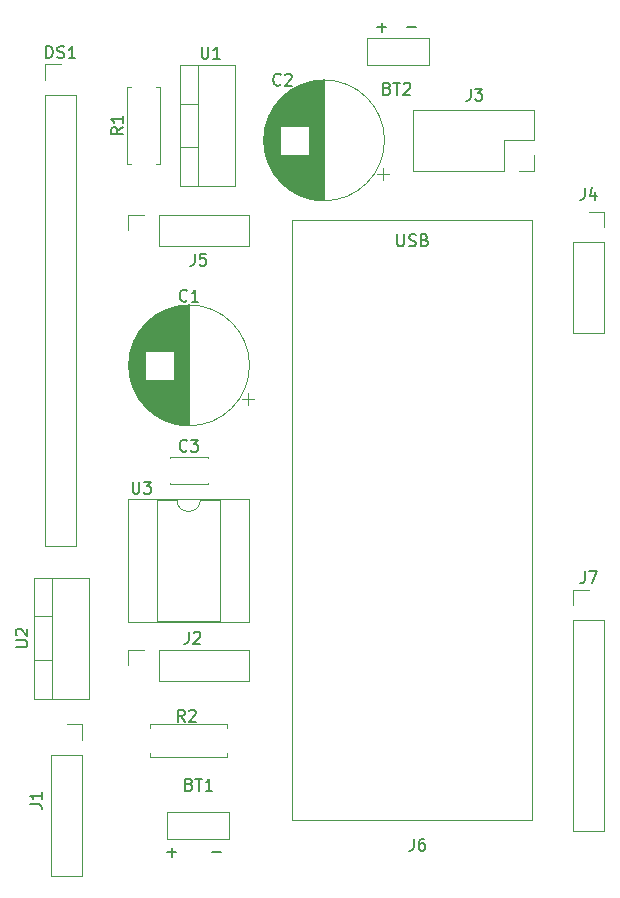
<source format=gto>
G04 #@! TF.GenerationSoftware,KiCad,Pcbnew,(5.1.6)-1*
G04 #@! TF.CreationDate,2021-07-21T16:45:45+01:00*
G04 #@! TF.ProjectId,master_controller_v1,6d617374-6572-45f6-936f-6e74726f6c6c,1.0*
G04 #@! TF.SameCoordinates,Original*
G04 #@! TF.FileFunction,Legend,Top*
G04 #@! TF.FilePolarity,Positive*
%FSLAX46Y46*%
G04 Gerber Fmt 4.6, Leading zero omitted, Abs format (unit mm)*
G04 Created by KiCad (PCBNEW (5.1.6)-1) date 2021-07-21 16:45:45*
%MOMM*%
%LPD*%
G01*
G04 APERTURE LIST*
%ADD10C,0.150000*%
%ADD11C,0.120000*%
G04 APERTURE END LIST*
D10*
X115189047Y-96591428D02*
X115950952Y-96591428D01*
X112649047Y-96591428D02*
X113410952Y-96591428D01*
X113030000Y-96972380D02*
X113030000Y-96210476D01*
X98679047Y-166441428D02*
X99440952Y-166441428D01*
X94869047Y-166441428D02*
X95630952Y-166441428D01*
X95250000Y-166822380D02*
X95250000Y-166060476D01*
D11*
X91550000Y-113806000D02*
X91550000Y-112476000D01*
X91550000Y-112476000D02*
X92880000Y-112476000D01*
X94150000Y-112476000D02*
X101830000Y-112476000D01*
X101830000Y-115136000D02*
X101830000Y-112476000D01*
X94150000Y-115136000D02*
X101830000Y-115136000D01*
X94150000Y-115136000D02*
X94150000Y-112476000D01*
X94869000Y-165227000D02*
X94869000Y-163068000D01*
X94869000Y-163068000D02*
X100076000Y-163068000D01*
X100076000Y-163068000D02*
X100076000Y-165354000D01*
X100076000Y-165354000D02*
X94869000Y-165354000D01*
X111803000Y-99709000D02*
X111803000Y-97550000D01*
X111803000Y-97550000D02*
X117010000Y-97550000D01*
X117010000Y-97550000D02*
X117010000Y-99836000D01*
X117010000Y-99836000D02*
X111803000Y-99836000D01*
X125773000Y-112917000D02*
X105453000Y-112917000D01*
X105453000Y-112917000D02*
X105453000Y-163717000D01*
X105453000Y-163717000D02*
X125773000Y-163717000D01*
X125773000Y-163717000D02*
X125773000Y-112917000D01*
X101850000Y-125236000D02*
G75*
G03*
X101850000Y-125236000I-5120000J0D01*
G01*
X96730000Y-130316000D02*
X96730000Y-120156000D01*
X96690000Y-130316000D02*
X96690000Y-120156000D01*
X96650000Y-130316000D02*
X96650000Y-120156000D01*
X96610000Y-130315000D02*
X96610000Y-120157000D01*
X96570000Y-130314000D02*
X96570000Y-120158000D01*
X96530000Y-130313000D02*
X96530000Y-120159000D01*
X96490000Y-130311000D02*
X96490000Y-120161000D01*
X96450000Y-130309000D02*
X96450000Y-120163000D01*
X96410000Y-130306000D02*
X96410000Y-120166000D01*
X96370000Y-130304000D02*
X96370000Y-120168000D01*
X96330000Y-130301000D02*
X96330000Y-120171000D01*
X96290000Y-130298000D02*
X96290000Y-120174000D01*
X96250000Y-130294000D02*
X96250000Y-120178000D01*
X96210000Y-130290000D02*
X96210000Y-120182000D01*
X96170000Y-130286000D02*
X96170000Y-120186000D01*
X96130000Y-130281000D02*
X96130000Y-120191000D01*
X96090000Y-130276000D02*
X96090000Y-120196000D01*
X96050000Y-130271000D02*
X96050000Y-120201000D01*
X96009000Y-130266000D02*
X96009000Y-120206000D01*
X95969000Y-130260000D02*
X95969000Y-120212000D01*
X95929000Y-130254000D02*
X95929000Y-120218000D01*
X95889000Y-130247000D02*
X95889000Y-120225000D01*
X95849000Y-130240000D02*
X95849000Y-120232000D01*
X95809000Y-130233000D02*
X95809000Y-120239000D01*
X95769000Y-130226000D02*
X95769000Y-120246000D01*
X95729000Y-130218000D02*
X95729000Y-120254000D01*
X95689000Y-130210000D02*
X95689000Y-120262000D01*
X95649000Y-130201000D02*
X95649000Y-120271000D01*
X95609000Y-130192000D02*
X95609000Y-120280000D01*
X95569000Y-130183000D02*
X95569000Y-120289000D01*
X95529000Y-130174000D02*
X95529000Y-120298000D01*
X95489000Y-130164000D02*
X95489000Y-120308000D01*
X95449000Y-130154000D02*
X95449000Y-126477000D01*
X95449000Y-123995000D02*
X95449000Y-120318000D01*
X95409000Y-130143000D02*
X95409000Y-126477000D01*
X95409000Y-123995000D02*
X95409000Y-120329000D01*
X95369000Y-130133000D02*
X95369000Y-126477000D01*
X95369000Y-123995000D02*
X95369000Y-120339000D01*
X95329000Y-130121000D02*
X95329000Y-126477000D01*
X95329000Y-123995000D02*
X95329000Y-120351000D01*
X95289000Y-130110000D02*
X95289000Y-126477000D01*
X95289000Y-123995000D02*
X95289000Y-120362000D01*
X95249000Y-130098000D02*
X95249000Y-126477000D01*
X95249000Y-123995000D02*
X95249000Y-120374000D01*
X95209000Y-130086000D02*
X95209000Y-126477000D01*
X95209000Y-123995000D02*
X95209000Y-120386000D01*
X95169000Y-130073000D02*
X95169000Y-126477000D01*
X95169000Y-123995000D02*
X95169000Y-120399000D01*
X95129000Y-130060000D02*
X95129000Y-126477000D01*
X95129000Y-123995000D02*
X95129000Y-120412000D01*
X95089000Y-130047000D02*
X95089000Y-126477000D01*
X95089000Y-123995000D02*
X95089000Y-120425000D01*
X95049000Y-130033000D02*
X95049000Y-126477000D01*
X95049000Y-123995000D02*
X95049000Y-120439000D01*
X95009000Y-130019000D02*
X95009000Y-126477000D01*
X95009000Y-123995000D02*
X95009000Y-120453000D01*
X94969000Y-130004000D02*
X94969000Y-126477000D01*
X94969000Y-123995000D02*
X94969000Y-120468000D01*
X94929000Y-129990000D02*
X94929000Y-126477000D01*
X94929000Y-123995000D02*
X94929000Y-120482000D01*
X94889000Y-129974000D02*
X94889000Y-126477000D01*
X94889000Y-123995000D02*
X94889000Y-120498000D01*
X94849000Y-129959000D02*
X94849000Y-126477000D01*
X94849000Y-123995000D02*
X94849000Y-120513000D01*
X94809000Y-129943000D02*
X94809000Y-126477000D01*
X94809000Y-123995000D02*
X94809000Y-120529000D01*
X94769000Y-129926000D02*
X94769000Y-126477000D01*
X94769000Y-123995000D02*
X94769000Y-120546000D01*
X94729000Y-129910000D02*
X94729000Y-126477000D01*
X94729000Y-123995000D02*
X94729000Y-120562000D01*
X94689000Y-129893000D02*
X94689000Y-126477000D01*
X94689000Y-123995000D02*
X94689000Y-120579000D01*
X94649000Y-129875000D02*
X94649000Y-126477000D01*
X94649000Y-123995000D02*
X94649000Y-120597000D01*
X94609000Y-129857000D02*
X94609000Y-126477000D01*
X94609000Y-123995000D02*
X94609000Y-120615000D01*
X94569000Y-129839000D02*
X94569000Y-126477000D01*
X94569000Y-123995000D02*
X94569000Y-120633000D01*
X94529000Y-129820000D02*
X94529000Y-126477000D01*
X94529000Y-123995000D02*
X94529000Y-120652000D01*
X94489000Y-129800000D02*
X94489000Y-126477000D01*
X94489000Y-123995000D02*
X94489000Y-120672000D01*
X94449000Y-129781000D02*
X94449000Y-126477000D01*
X94449000Y-123995000D02*
X94449000Y-120691000D01*
X94409000Y-129761000D02*
X94409000Y-126477000D01*
X94409000Y-123995000D02*
X94409000Y-120711000D01*
X94369000Y-129740000D02*
X94369000Y-126477000D01*
X94369000Y-123995000D02*
X94369000Y-120732000D01*
X94329000Y-129719000D02*
X94329000Y-126477000D01*
X94329000Y-123995000D02*
X94329000Y-120753000D01*
X94289000Y-129698000D02*
X94289000Y-126477000D01*
X94289000Y-123995000D02*
X94289000Y-120774000D01*
X94249000Y-129676000D02*
X94249000Y-126477000D01*
X94249000Y-123995000D02*
X94249000Y-120796000D01*
X94209000Y-129653000D02*
X94209000Y-126477000D01*
X94209000Y-123995000D02*
X94209000Y-120819000D01*
X94169000Y-129631000D02*
X94169000Y-126477000D01*
X94169000Y-123995000D02*
X94169000Y-120841000D01*
X94129000Y-129607000D02*
X94129000Y-126477000D01*
X94129000Y-123995000D02*
X94129000Y-120865000D01*
X94089000Y-129583000D02*
X94089000Y-126477000D01*
X94089000Y-123995000D02*
X94089000Y-120889000D01*
X94049000Y-129559000D02*
X94049000Y-126477000D01*
X94049000Y-123995000D02*
X94049000Y-120913000D01*
X94009000Y-129534000D02*
X94009000Y-126477000D01*
X94009000Y-123995000D02*
X94009000Y-120938000D01*
X93969000Y-129509000D02*
X93969000Y-126477000D01*
X93969000Y-123995000D02*
X93969000Y-120963000D01*
X93929000Y-129483000D02*
X93929000Y-126477000D01*
X93929000Y-123995000D02*
X93929000Y-120989000D01*
X93889000Y-129457000D02*
X93889000Y-126477000D01*
X93889000Y-123995000D02*
X93889000Y-121015000D01*
X93849000Y-129430000D02*
X93849000Y-126477000D01*
X93849000Y-123995000D02*
X93849000Y-121042000D01*
X93809000Y-129402000D02*
X93809000Y-126477000D01*
X93809000Y-123995000D02*
X93809000Y-121070000D01*
X93769000Y-129374000D02*
X93769000Y-126477000D01*
X93769000Y-123995000D02*
X93769000Y-121098000D01*
X93729000Y-129346000D02*
X93729000Y-126477000D01*
X93729000Y-123995000D02*
X93729000Y-121126000D01*
X93689000Y-129316000D02*
X93689000Y-126477000D01*
X93689000Y-123995000D02*
X93689000Y-121156000D01*
X93649000Y-129286000D02*
X93649000Y-126477000D01*
X93649000Y-123995000D02*
X93649000Y-121186000D01*
X93609000Y-129256000D02*
X93609000Y-126477000D01*
X93609000Y-123995000D02*
X93609000Y-121216000D01*
X93569000Y-129225000D02*
X93569000Y-126477000D01*
X93569000Y-123995000D02*
X93569000Y-121247000D01*
X93529000Y-129193000D02*
X93529000Y-126477000D01*
X93529000Y-123995000D02*
X93529000Y-121279000D01*
X93489000Y-129161000D02*
X93489000Y-126477000D01*
X93489000Y-123995000D02*
X93489000Y-121311000D01*
X93449000Y-129128000D02*
X93449000Y-126477000D01*
X93449000Y-123995000D02*
X93449000Y-121344000D01*
X93409000Y-129094000D02*
X93409000Y-126477000D01*
X93409000Y-123995000D02*
X93409000Y-121378000D01*
X93369000Y-129060000D02*
X93369000Y-126477000D01*
X93369000Y-123995000D02*
X93369000Y-121412000D01*
X93329000Y-129025000D02*
X93329000Y-126477000D01*
X93329000Y-123995000D02*
X93329000Y-121447000D01*
X93289000Y-128989000D02*
X93289000Y-126477000D01*
X93289000Y-123995000D02*
X93289000Y-121483000D01*
X93249000Y-128952000D02*
X93249000Y-126477000D01*
X93249000Y-123995000D02*
X93249000Y-121520000D01*
X93209000Y-128915000D02*
X93209000Y-126477000D01*
X93209000Y-123995000D02*
X93209000Y-121557000D01*
X93169000Y-128876000D02*
X93169000Y-126477000D01*
X93169000Y-123995000D02*
X93169000Y-121596000D01*
X93129000Y-128837000D02*
X93129000Y-126477000D01*
X93129000Y-123995000D02*
X93129000Y-121635000D01*
X93089000Y-128797000D02*
X93089000Y-126477000D01*
X93089000Y-123995000D02*
X93089000Y-121675000D01*
X93049000Y-128756000D02*
X93049000Y-126477000D01*
X93049000Y-123995000D02*
X93049000Y-121716000D01*
X93009000Y-128714000D02*
X93009000Y-126477000D01*
X93009000Y-123995000D02*
X93009000Y-121758000D01*
X92969000Y-128672000D02*
X92969000Y-121800000D01*
X92929000Y-128628000D02*
X92929000Y-121844000D01*
X92889000Y-128583000D02*
X92889000Y-121889000D01*
X92849000Y-128537000D02*
X92849000Y-121935000D01*
X92809000Y-128490000D02*
X92809000Y-121982000D01*
X92769000Y-128442000D02*
X92769000Y-122030000D01*
X92729000Y-128392000D02*
X92729000Y-122080000D01*
X92689000Y-128342000D02*
X92689000Y-122130000D01*
X92649000Y-128290000D02*
X92649000Y-122182000D01*
X92609000Y-128236000D02*
X92609000Y-122236000D01*
X92569000Y-128181000D02*
X92569000Y-122291000D01*
X92529000Y-128125000D02*
X92529000Y-122347000D01*
X92489000Y-128066000D02*
X92489000Y-122406000D01*
X92449000Y-128006000D02*
X92449000Y-122466000D01*
X92409000Y-127945000D02*
X92409000Y-122527000D01*
X92369000Y-127881000D02*
X92369000Y-122591000D01*
X92329000Y-127815000D02*
X92329000Y-122657000D01*
X92289000Y-127746000D02*
X92289000Y-122726000D01*
X92249000Y-127675000D02*
X92249000Y-122797000D01*
X92209000Y-127601000D02*
X92209000Y-122871000D01*
X92169000Y-127525000D02*
X92169000Y-122947000D01*
X92129000Y-127445000D02*
X92129000Y-123027000D01*
X92089000Y-127361000D02*
X92089000Y-123111000D01*
X92049000Y-127273000D02*
X92049000Y-123199000D01*
X92009000Y-127180000D02*
X92009000Y-123292000D01*
X91969000Y-127082000D02*
X91969000Y-123390000D01*
X91929000Y-126978000D02*
X91929000Y-123494000D01*
X91889000Y-126866000D02*
X91889000Y-123606000D01*
X91849000Y-126746000D02*
X91849000Y-123726000D01*
X91809000Y-126614000D02*
X91809000Y-123858000D01*
X91769000Y-126466000D02*
X91769000Y-124006000D01*
X91729000Y-126298000D02*
X91729000Y-124174000D01*
X91689000Y-126098000D02*
X91689000Y-124374000D01*
X91649000Y-125835000D02*
X91649000Y-124637000D01*
X102209646Y-128111000D02*
X101209646Y-128111000D01*
X101709646Y-128611000D02*
X101709646Y-127611000D01*
X113139646Y-109561000D02*
X113139646Y-108561000D01*
X113639646Y-109061000D02*
X112639646Y-109061000D01*
X103079000Y-106785000D02*
X103079000Y-105587000D01*
X103119000Y-107048000D02*
X103119000Y-105324000D01*
X103159000Y-107248000D02*
X103159000Y-105124000D01*
X103199000Y-107416000D02*
X103199000Y-104956000D01*
X103239000Y-107564000D02*
X103239000Y-104808000D01*
X103279000Y-107696000D02*
X103279000Y-104676000D01*
X103319000Y-107816000D02*
X103319000Y-104556000D01*
X103359000Y-107928000D02*
X103359000Y-104444000D01*
X103399000Y-108032000D02*
X103399000Y-104340000D01*
X103439000Y-108130000D02*
X103439000Y-104242000D01*
X103479000Y-108223000D02*
X103479000Y-104149000D01*
X103519000Y-108311000D02*
X103519000Y-104061000D01*
X103559000Y-108395000D02*
X103559000Y-103977000D01*
X103599000Y-108475000D02*
X103599000Y-103897000D01*
X103639000Y-108551000D02*
X103639000Y-103821000D01*
X103679000Y-108625000D02*
X103679000Y-103747000D01*
X103719000Y-108696000D02*
X103719000Y-103676000D01*
X103759000Y-108765000D02*
X103759000Y-103607000D01*
X103799000Y-108831000D02*
X103799000Y-103541000D01*
X103839000Y-108895000D02*
X103839000Y-103477000D01*
X103879000Y-108956000D02*
X103879000Y-103416000D01*
X103919000Y-109016000D02*
X103919000Y-103356000D01*
X103959000Y-109075000D02*
X103959000Y-103297000D01*
X103999000Y-109131000D02*
X103999000Y-103241000D01*
X104039000Y-109186000D02*
X104039000Y-103186000D01*
X104079000Y-109240000D02*
X104079000Y-103132000D01*
X104119000Y-109292000D02*
X104119000Y-103080000D01*
X104159000Y-109342000D02*
X104159000Y-103030000D01*
X104199000Y-109392000D02*
X104199000Y-102980000D01*
X104239000Y-109440000D02*
X104239000Y-102932000D01*
X104279000Y-109487000D02*
X104279000Y-102885000D01*
X104319000Y-109533000D02*
X104319000Y-102839000D01*
X104359000Y-109578000D02*
X104359000Y-102794000D01*
X104399000Y-109622000D02*
X104399000Y-102750000D01*
X104439000Y-104945000D02*
X104439000Y-102708000D01*
X104439000Y-109664000D02*
X104439000Y-107427000D01*
X104479000Y-104945000D02*
X104479000Y-102666000D01*
X104479000Y-109706000D02*
X104479000Y-107427000D01*
X104519000Y-104945000D02*
X104519000Y-102625000D01*
X104519000Y-109747000D02*
X104519000Y-107427000D01*
X104559000Y-104945000D02*
X104559000Y-102585000D01*
X104559000Y-109787000D02*
X104559000Y-107427000D01*
X104599000Y-104945000D02*
X104599000Y-102546000D01*
X104599000Y-109826000D02*
X104599000Y-107427000D01*
X104639000Y-104945000D02*
X104639000Y-102507000D01*
X104639000Y-109865000D02*
X104639000Y-107427000D01*
X104679000Y-104945000D02*
X104679000Y-102470000D01*
X104679000Y-109902000D02*
X104679000Y-107427000D01*
X104719000Y-104945000D02*
X104719000Y-102433000D01*
X104719000Y-109939000D02*
X104719000Y-107427000D01*
X104759000Y-104945000D02*
X104759000Y-102397000D01*
X104759000Y-109975000D02*
X104759000Y-107427000D01*
X104799000Y-104945000D02*
X104799000Y-102362000D01*
X104799000Y-110010000D02*
X104799000Y-107427000D01*
X104839000Y-104945000D02*
X104839000Y-102328000D01*
X104839000Y-110044000D02*
X104839000Y-107427000D01*
X104879000Y-104945000D02*
X104879000Y-102294000D01*
X104879000Y-110078000D02*
X104879000Y-107427000D01*
X104919000Y-104945000D02*
X104919000Y-102261000D01*
X104919000Y-110111000D02*
X104919000Y-107427000D01*
X104959000Y-104945000D02*
X104959000Y-102229000D01*
X104959000Y-110143000D02*
X104959000Y-107427000D01*
X104999000Y-104945000D02*
X104999000Y-102197000D01*
X104999000Y-110175000D02*
X104999000Y-107427000D01*
X105039000Y-104945000D02*
X105039000Y-102166000D01*
X105039000Y-110206000D02*
X105039000Y-107427000D01*
X105079000Y-104945000D02*
X105079000Y-102136000D01*
X105079000Y-110236000D02*
X105079000Y-107427000D01*
X105119000Y-104945000D02*
X105119000Y-102106000D01*
X105119000Y-110266000D02*
X105119000Y-107427000D01*
X105159000Y-104945000D02*
X105159000Y-102076000D01*
X105159000Y-110296000D02*
X105159000Y-107427000D01*
X105199000Y-104945000D02*
X105199000Y-102048000D01*
X105199000Y-110324000D02*
X105199000Y-107427000D01*
X105239000Y-104945000D02*
X105239000Y-102020000D01*
X105239000Y-110352000D02*
X105239000Y-107427000D01*
X105279000Y-104945000D02*
X105279000Y-101992000D01*
X105279000Y-110380000D02*
X105279000Y-107427000D01*
X105319000Y-104945000D02*
X105319000Y-101965000D01*
X105319000Y-110407000D02*
X105319000Y-107427000D01*
X105359000Y-104945000D02*
X105359000Y-101939000D01*
X105359000Y-110433000D02*
X105359000Y-107427000D01*
X105399000Y-104945000D02*
X105399000Y-101913000D01*
X105399000Y-110459000D02*
X105399000Y-107427000D01*
X105439000Y-104945000D02*
X105439000Y-101888000D01*
X105439000Y-110484000D02*
X105439000Y-107427000D01*
X105479000Y-104945000D02*
X105479000Y-101863000D01*
X105479000Y-110509000D02*
X105479000Y-107427000D01*
X105519000Y-104945000D02*
X105519000Y-101839000D01*
X105519000Y-110533000D02*
X105519000Y-107427000D01*
X105559000Y-104945000D02*
X105559000Y-101815000D01*
X105559000Y-110557000D02*
X105559000Y-107427000D01*
X105599000Y-104945000D02*
X105599000Y-101791000D01*
X105599000Y-110581000D02*
X105599000Y-107427000D01*
X105639000Y-104945000D02*
X105639000Y-101769000D01*
X105639000Y-110603000D02*
X105639000Y-107427000D01*
X105679000Y-104945000D02*
X105679000Y-101746000D01*
X105679000Y-110626000D02*
X105679000Y-107427000D01*
X105719000Y-104945000D02*
X105719000Y-101724000D01*
X105719000Y-110648000D02*
X105719000Y-107427000D01*
X105759000Y-104945000D02*
X105759000Y-101703000D01*
X105759000Y-110669000D02*
X105759000Y-107427000D01*
X105799000Y-104945000D02*
X105799000Y-101682000D01*
X105799000Y-110690000D02*
X105799000Y-107427000D01*
X105839000Y-104945000D02*
X105839000Y-101661000D01*
X105839000Y-110711000D02*
X105839000Y-107427000D01*
X105879000Y-104945000D02*
X105879000Y-101641000D01*
X105879000Y-110731000D02*
X105879000Y-107427000D01*
X105919000Y-104945000D02*
X105919000Y-101622000D01*
X105919000Y-110750000D02*
X105919000Y-107427000D01*
X105959000Y-104945000D02*
X105959000Y-101602000D01*
X105959000Y-110770000D02*
X105959000Y-107427000D01*
X105999000Y-104945000D02*
X105999000Y-101583000D01*
X105999000Y-110789000D02*
X105999000Y-107427000D01*
X106039000Y-104945000D02*
X106039000Y-101565000D01*
X106039000Y-110807000D02*
X106039000Y-107427000D01*
X106079000Y-104945000D02*
X106079000Y-101547000D01*
X106079000Y-110825000D02*
X106079000Y-107427000D01*
X106119000Y-104945000D02*
X106119000Y-101529000D01*
X106119000Y-110843000D02*
X106119000Y-107427000D01*
X106159000Y-104945000D02*
X106159000Y-101512000D01*
X106159000Y-110860000D02*
X106159000Y-107427000D01*
X106199000Y-104945000D02*
X106199000Y-101496000D01*
X106199000Y-110876000D02*
X106199000Y-107427000D01*
X106239000Y-104945000D02*
X106239000Y-101479000D01*
X106239000Y-110893000D02*
X106239000Y-107427000D01*
X106279000Y-104945000D02*
X106279000Y-101463000D01*
X106279000Y-110909000D02*
X106279000Y-107427000D01*
X106319000Y-104945000D02*
X106319000Y-101448000D01*
X106319000Y-110924000D02*
X106319000Y-107427000D01*
X106359000Y-104945000D02*
X106359000Y-101432000D01*
X106359000Y-110940000D02*
X106359000Y-107427000D01*
X106399000Y-104945000D02*
X106399000Y-101418000D01*
X106399000Y-110954000D02*
X106399000Y-107427000D01*
X106439000Y-104945000D02*
X106439000Y-101403000D01*
X106439000Y-110969000D02*
X106439000Y-107427000D01*
X106479000Y-104945000D02*
X106479000Y-101389000D01*
X106479000Y-110983000D02*
X106479000Y-107427000D01*
X106519000Y-104945000D02*
X106519000Y-101375000D01*
X106519000Y-110997000D02*
X106519000Y-107427000D01*
X106559000Y-104945000D02*
X106559000Y-101362000D01*
X106559000Y-111010000D02*
X106559000Y-107427000D01*
X106599000Y-104945000D02*
X106599000Y-101349000D01*
X106599000Y-111023000D02*
X106599000Y-107427000D01*
X106639000Y-104945000D02*
X106639000Y-101336000D01*
X106639000Y-111036000D02*
X106639000Y-107427000D01*
X106679000Y-104945000D02*
X106679000Y-101324000D01*
X106679000Y-111048000D02*
X106679000Y-107427000D01*
X106719000Y-104945000D02*
X106719000Y-101312000D01*
X106719000Y-111060000D02*
X106719000Y-107427000D01*
X106759000Y-104945000D02*
X106759000Y-101301000D01*
X106759000Y-111071000D02*
X106759000Y-107427000D01*
X106799000Y-104945000D02*
X106799000Y-101289000D01*
X106799000Y-111083000D02*
X106799000Y-107427000D01*
X106839000Y-104945000D02*
X106839000Y-101279000D01*
X106839000Y-111093000D02*
X106839000Y-107427000D01*
X106879000Y-104945000D02*
X106879000Y-101268000D01*
X106879000Y-111104000D02*
X106879000Y-107427000D01*
X106919000Y-111114000D02*
X106919000Y-101258000D01*
X106959000Y-111124000D02*
X106959000Y-101248000D01*
X106999000Y-111133000D02*
X106999000Y-101239000D01*
X107039000Y-111142000D02*
X107039000Y-101230000D01*
X107079000Y-111151000D02*
X107079000Y-101221000D01*
X107119000Y-111160000D02*
X107119000Y-101212000D01*
X107159000Y-111168000D02*
X107159000Y-101204000D01*
X107199000Y-111176000D02*
X107199000Y-101196000D01*
X107239000Y-111183000D02*
X107239000Y-101189000D01*
X107279000Y-111190000D02*
X107279000Y-101182000D01*
X107319000Y-111197000D02*
X107319000Y-101175000D01*
X107359000Y-111204000D02*
X107359000Y-101168000D01*
X107399000Y-111210000D02*
X107399000Y-101162000D01*
X107439000Y-111216000D02*
X107439000Y-101156000D01*
X107480000Y-111221000D02*
X107480000Y-101151000D01*
X107520000Y-111226000D02*
X107520000Y-101146000D01*
X107560000Y-111231000D02*
X107560000Y-101141000D01*
X107600000Y-111236000D02*
X107600000Y-101136000D01*
X107640000Y-111240000D02*
X107640000Y-101132000D01*
X107680000Y-111244000D02*
X107680000Y-101128000D01*
X107720000Y-111248000D02*
X107720000Y-101124000D01*
X107760000Y-111251000D02*
X107760000Y-101121000D01*
X107800000Y-111254000D02*
X107800000Y-101118000D01*
X107840000Y-111256000D02*
X107840000Y-101116000D01*
X107880000Y-111259000D02*
X107880000Y-101113000D01*
X107920000Y-111261000D02*
X107920000Y-101111000D01*
X107960000Y-111263000D02*
X107960000Y-101109000D01*
X108000000Y-111264000D02*
X108000000Y-101108000D01*
X108040000Y-111265000D02*
X108040000Y-101107000D01*
X108080000Y-111266000D02*
X108080000Y-101106000D01*
X108120000Y-111266000D02*
X108120000Y-101106000D01*
X108160000Y-111266000D02*
X108160000Y-101106000D01*
X113280000Y-106186000D02*
G75*
G03*
X113280000Y-106186000I-5120000J0D01*
G01*
X84522000Y-99762000D02*
X85852000Y-99762000D01*
X84522000Y-101092000D02*
X84522000Y-99762000D01*
X84522000Y-102362000D02*
X87182000Y-102362000D01*
X87182000Y-102362000D02*
X87182000Y-140522000D01*
X84522000Y-102362000D02*
X84522000Y-140522000D01*
X84522000Y-140522000D02*
X87182000Y-140522000D01*
X86360000Y-155642000D02*
X87690000Y-155642000D01*
X87690000Y-155642000D02*
X87690000Y-156972000D01*
X87690000Y-158242000D02*
X87690000Y-168462000D01*
X85030000Y-168462000D02*
X87690000Y-168462000D01*
X85030000Y-158242000D02*
X85030000Y-168462000D01*
X85030000Y-158242000D02*
X87690000Y-158242000D01*
X91550000Y-150636000D02*
X91550000Y-149306000D01*
X91550000Y-149306000D02*
X92880000Y-149306000D01*
X94150000Y-149306000D02*
X101830000Y-149306000D01*
X101830000Y-151966000D02*
X101830000Y-149306000D01*
X94150000Y-151966000D02*
X101830000Y-151966000D01*
X94150000Y-151966000D02*
X94150000Y-149306000D01*
X125960000Y-103586000D02*
X125960000Y-106186000D01*
X125960000Y-103586000D02*
X115680000Y-103586000D01*
X115680000Y-103586000D02*
X115680000Y-108786000D01*
X123360000Y-108786000D02*
X115680000Y-108786000D01*
X123360000Y-106186000D02*
X123360000Y-108786000D01*
X125960000Y-106186000D02*
X123360000Y-106186000D01*
X125960000Y-108786000D02*
X124630000Y-108786000D01*
X125960000Y-107456000D02*
X125960000Y-108786000D01*
X129226000Y-114822000D02*
X131886000Y-114822000D01*
X129226000Y-114822000D02*
X129226000Y-122502000D01*
X129226000Y-122502000D02*
X131886000Y-122502000D01*
X131886000Y-114822000D02*
X131886000Y-122502000D01*
X131886000Y-112222000D02*
X131886000Y-113552000D01*
X130556000Y-112222000D02*
X131886000Y-112222000D01*
X129226000Y-144226000D02*
X130556000Y-144226000D01*
X129226000Y-145556000D02*
X129226000Y-144226000D01*
X129226000Y-146826000D02*
X131886000Y-146826000D01*
X131886000Y-146826000D02*
X131886000Y-164666000D01*
X129226000Y-146826000D02*
X129226000Y-164666000D01*
X129226000Y-164666000D02*
X131886000Y-164666000D01*
X94250000Y-101646000D02*
X93920000Y-101646000D01*
X94250000Y-108186000D02*
X94250000Y-101646000D01*
X93920000Y-108186000D02*
X94250000Y-108186000D01*
X91510000Y-101646000D02*
X91840000Y-101646000D01*
X91510000Y-108186000D02*
X91510000Y-101646000D01*
X91840000Y-108186000D02*
X91510000Y-108186000D01*
X95960000Y-103065000D02*
X97470000Y-103065000D01*
X95960000Y-106766000D02*
X97470000Y-106766000D01*
X97470000Y-110036000D02*
X97470000Y-99796000D01*
X95960000Y-99796000D02*
X100601000Y-99796000D01*
X95960000Y-110036000D02*
X100601000Y-110036000D01*
X100601000Y-110036000D02*
X100601000Y-99796000D01*
X95960000Y-110036000D02*
X95960000Y-99796000D01*
X83598000Y-153456000D02*
X83598000Y-143216000D01*
X88239000Y-153456000D02*
X88239000Y-143216000D01*
X83598000Y-153456000D02*
X88239000Y-153456000D01*
X83598000Y-143216000D02*
X88239000Y-143216000D01*
X85108000Y-153456000D02*
X85108000Y-143216000D01*
X83598000Y-150186000D02*
X85108000Y-150186000D01*
X83598000Y-146485000D02*
X85108000Y-146485000D01*
X101830000Y-136546000D02*
X91550000Y-136546000D01*
X101830000Y-146946000D02*
X101830000Y-136546000D01*
X91550000Y-146946000D02*
X101830000Y-146946000D01*
X91550000Y-136546000D02*
X91550000Y-146946000D01*
X99340000Y-136606000D02*
X97690000Y-136606000D01*
X99340000Y-146886000D02*
X99340000Y-136606000D01*
X94040000Y-146886000D02*
X99340000Y-146886000D01*
X94040000Y-136606000D02*
X94040000Y-146886000D01*
X95690000Y-136606000D02*
X94040000Y-136606000D01*
X97690000Y-136606000D02*
G75*
G02*
X95690000Y-136606000I-1000000J0D01*
G01*
X99960000Y-158026000D02*
X99960000Y-158356000D01*
X99960000Y-158356000D02*
X93420000Y-158356000D01*
X93420000Y-158356000D02*
X93420000Y-158026000D01*
X99960000Y-155946000D02*
X99960000Y-155616000D01*
X99960000Y-155616000D02*
X93420000Y-155616000D01*
X93420000Y-155616000D02*
X93420000Y-155946000D01*
X98330000Y-135246000D02*
X95090000Y-135246000D01*
X98330000Y-133006000D02*
X95090000Y-133006000D01*
X98330000Y-135246000D02*
X98330000Y-135181000D01*
X98330000Y-133071000D02*
X98330000Y-133006000D01*
X95090000Y-135246000D02*
X95090000Y-135181000D01*
X95090000Y-133071000D02*
X95090000Y-133006000D01*
D10*
X97202666Y-115784380D02*
X97202666Y-116498666D01*
X97155047Y-116641523D01*
X97059809Y-116736761D01*
X96916952Y-116784380D01*
X96821714Y-116784380D01*
X98155047Y-115784380D02*
X97678857Y-115784380D01*
X97631238Y-116260571D01*
X97678857Y-116212952D01*
X97774095Y-116165333D01*
X98012190Y-116165333D01*
X98107428Y-116212952D01*
X98155047Y-116260571D01*
X98202666Y-116355809D01*
X98202666Y-116593904D01*
X98155047Y-116689142D01*
X98107428Y-116736761D01*
X98012190Y-116784380D01*
X97774095Y-116784380D01*
X97678857Y-116736761D01*
X97631238Y-116689142D01*
X96750285Y-160710571D02*
X96893142Y-160758190D01*
X96940761Y-160805809D01*
X96988380Y-160901047D01*
X96988380Y-161043904D01*
X96940761Y-161139142D01*
X96893142Y-161186761D01*
X96797904Y-161234380D01*
X96416952Y-161234380D01*
X96416952Y-160234380D01*
X96750285Y-160234380D01*
X96845523Y-160282000D01*
X96893142Y-160329619D01*
X96940761Y-160424857D01*
X96940761Y-160520095D01*
X96893142Y-160615333D01*
X96845523Y-160662952D01*
X96750285Y-160710571D01*
X96416952Y-160710571D01*
X97274095Y-160234380D02*
X97845523Y-160234380D01*
X97559809Y-161234380D02*
X97559809Y-160234380D01*
X98702666Y-161234380D02*
X98131238Y-161234380D01*
X98416952Y-161234380D02*
X98416952Y-160234380D01*
X98321714Y-160377238D01*
X98226476Y-160472476D01*
X98131238Y-160520095D01*
X113514285Y-101782571D02*
X113657142Y-101830190D01*
X113704761Y-101877809D01*
X113752380Y-101973047D01*
X113752380Y-102115904D01*
X113704761Y-102211142D01*
X113657142Y-102258761D01*
X113561904Y-102306380D01*
X113180952Y-102306380D01*
X113180952Y-101306380D01*
X113514285Y-101306380D01*
X113609523Y-101354000D01*
X113657142Y-101401619D01*
X113704761Y-101496857D01*
X113704761Y-101592095D01*
X113657142Y-101687333D01*
X113609523Y-101734952D01*
X113514285Y-101782571D01*
X113180952Y-101782571D01*
X114038095Y-101306380D02*
X114609523Y-101306380D01*
X114323809Y-102306380D02*
X114323809Y-101306380D01*
X114895238Y-101401619D02*
X114942857Y-101354000D01*
X115038095Y-101306380D01*
X115276190Y-101306380D01*
X115371428Y-101354000D01*
X115419047Y-101401619D01*
X115466666Y-101496857D01*
X115466666Y-101592095D01*
X115419047Y-101734952D01*
X114847619Y-102306380D01*
X115466666Y-102306380D01*
X115744666Y-165314380D02*
X115744666Y-166028666D01*
X115697047Y-166171523D01*
X115601809Y-166266761D01*
X115458952Y-166314380D01*
X115363714Y-166314380D01*
X116649428Y-165314380D02*
X116458952Y-165314380D01*
X116363714Y-165362000D01*
X116316095Y-165409619D01*
X116220857Y-165552476D01*
X116173238Y-165742952D01*
X116173238Y-166123904D01*
X116220857Y-166219142D01*
X116268476Y-166266761D01*
X116363714Y-166314380D01*
X116554190Y-166314380D01*
X116649428Y-166266761D01*
X116697047Y-166219142D01*
X116744666Y-166123904D01*
X116744666Y-165885809D01*
X116697047Y-165790571D01*
X116649428Y-165742952D01*
X116554190Y-165695333D01*
X116363714Y-165695333D01*
X116268476Y-165742952D01*
X116220857Y-165790571D01*
X116173238Y-165885809D01*
X114351095Y-114147380D02*
X114351095Y-114956904D01*
X114398714Y-115052142D01*
X114446333Y-115099761D01*
X114541571Y-115147380D01*
X114732047Y-115147380D01*
X114827285Y-115099761D01*
X114874904Y-115052142D01*
X114922523Y-114956904D01*
X114922523Y-114147380D01*
X115351095Y-115099761D02*
X115493952Y-115147380D01*
X115732047Y-115147380D01*
X115827285Y-115099761D01*
X115874904Y-115052142D01*
X115922523Y-114956904D01*
X115922523Y-114861666D01*
X115874904Y-114766428D01*
X115827285Y-114718809D01*
X115732047Y-114671190D01*
X115541571Y-114623571D01*
X115446333Y-114575952D01*
X115398714Y-114528333D01*
X115351095Y-114433095D01*
X115351095Y-114337857D01*
X115398714Y-114242619D01*
X115446333Y-114195000D01*
X115541571Y-114147380D01*
X115779666Y-114147380D01*
X115922523Y-114195000D01*
X116684428Y-114623571D02*
X116827285Y-114671190D01*
X116874904Y-114718809D01*
X116922523Y-114814047D01*
X116922523Y-114956904D01*
X116874904Y-115052142D01*
X116827285Y-115099761D01*
X116732047Y-115147380D01*
X116351095Y-115147380D01*
X116351095Y-114147380D01*
X116684428Y-114147380D01*
X116779666Y-114195000D01*
X116827285Y-114242619D01*
X116874904Y-114337857D01*
X116874904Y-114433095D01*
X116827285Y-114528333D01*
X116779666Y-114575952D01*
X116684428Y-114623571D01*
X116351095Y-114623571D01*
X96563333Y-119737142D02*
X96515714Y-119784761D01*
X96372857Y-119832380D01*
X96277619Y-119832380D01*
X96134761Y-119784761D01*
X96039523Y-119689523D01*
X95991904Y-119594285D01*
X95944285Y-119403809D01*
X95944285Y-119260952D01*
X95991904Y-119070476D01*
X96039523Y-118975238D01*
X96134761Y-118880000D01*
X96277619Y-118832380D01*
X96372857Y-118832380D01*
X96515714Y-118880000D01*
X96563333Y-118927619D01*
X97515714Y-119832380D02*
X96944285Y-119832380D01*
X97230000Y-119832380D02*
X97230000Y-118832380D01*
X97134761Y-118975238D01*
X97039523Y-119070476D01*
X96944285Y-119118095D01*
X104481333Y-101449142D02*
X104433714Y-101496761D01*
X104290857Y-101544380D01*
X104195619Y-101544380D01*
X104052761Y-101496761D01*
X103957523Y-101401523D01*
X103909904Y-101306285D01*
X103862285Y-101115809D01*
X103862285Y-100972952D01*
X103909904Y-100782476D01*
X103957523Y-100687238D01*
X104052761Y-100592000D01*
X104195619Y-100544380D01*
X104290857Y-100544380D01*
X104433714Y-100592000D01*
X104481333Y-100639619D01*
X104862285Y-100639619D02*
X104909904Y-100592000D01*
X105005142Y-100544380D01*
X105243238Y-100544380D01*
X105338476Y-100592000D01*
X105386095Y-100639619D01*
X105433714Y-100734857D01*
X105433714Y-100830095D01*
X105386095Y-100972952D01*
X104814666Y-101544380D01*
X105433714Y-101544380D01*
X84637714Y-99214380D02*
X84637714Y-98214380D01*
X84875809Y-98214380D01*
X85018666Y-98262000D01*
X85113904Y-98357238D01*
X85161523Y-98452476D01*
X85209142Y-98642952D01*
X85209142Y-98785809D01*
X85161523Y-98976285D01*
X85113904Y-99071523D01*
X85018666Y-99166761D01*
X84875809Y-99214380D01*
X84637714Y-99214380D01*
X85590095Y-99166761D02*
X85732952Y-99214380D01*
X85971047Y-99214380D01*
X86066285Y-99166761D01*
X86113904Y-99119142D01*
X86161523Y-99023904D01*
X86161523Y-98928666D01*
X86113904Y-98833428D01*
X86066285Y-98785809D01*
X85971047Y-98738190D01*
X85780571Y-98690571D01*
X85685333Y-98642952D01*
X85637714Y-98595333D01*
X85590095Y-98500095D01*
X85590095Y-98404857D01*
X85637714Y-98309619D01*
X85685333Y-98262000D01*
X85780571Y-98214380D01*
X86018666Y-98214380D01*
X86161523Y-98262000D01*
X87113904Y-99214380D02*
X86542476Y-99214380D01*
X86828190Y-99214380D02*
X86828190Y-98214380D01*
X86732952Y-98357238D01*
X86637714Y-98452476D01*
X86542476Y-98500095D01*
X83272380Y-162385333D02*
X83986666Y-162385333D01*
X84129523Y-162432952D01*
X84224761Y-162528190D01*
X84272380Y-162671047D01*
X84272380Y-162766285D01*
X84272380Y-161385333D02*
X84272380Y-161956761D01*
X84272380Y-161671047D02*
X83272380Y-161671047D01*
X83415238Y-161766285D01*
X83510476Y-161861523D01*
X83558095Y-161956761D01*
X96694666Y-147788380D02*
X96694666Y-148502666D01*
X96647047Y-148645523D01*
X96551809Y-148740761D01*
X96408952Y-148788380D01*
X96313714Y-148788380D01*
X97123238Y-147883619D02*
X97170857Y-147836000D01*
X97266095Y-147788380D01*
X97504190Y-147788380D01*
X97599428Y-147836000D01*
X97647047Y-147883619D01*
X97694666Y-147978857D01*
X97694666Y-148074095D01*
X97647047Y-148216952D01*
X97075619Y-148788380D01*
X97694666Y-148788380D01*
X120570666Y-101814380D02*
X120570666Y-102528666D01*
X120523047Y-102671523D01*
X120427809Y-102766761D01*
X120284952Y-102814380D01*
X120189714Y-102814380D01*
X120951619Y-101814380D02*
X121570666Y-101814380D01*
X121237333Y-102195333D01*
X121380190Y-102195333D01*
X121475428Y-102242952D01*
X121523047Y-102290571D01*
X121570666Y-102385809D01*
X121570666Y-102623904D01*
X121523047Y-102719142D01*
X121475428Y-102766761D01*
X121380190Y-102814380D01*
X121094476Y-102814380D01*
X120999238Y-102766761D01*
X120951619Y-102719142D01*
X130222666Y-110196380D02*
X130222666Y-110910666D01*
X130175047Y-111053523D01*
X130079809Y-111148761D01*
X129936952Y-111196380D01*
X129841714Y-111196380D01*
X131127428Y-110529714D02*
X131127428Y-111196380D01*
X130889333Y-110148761D02*
X130651238Y-110863047D01*
X131270285Y-110863047D01*
X130222666Y-142678380D02*
X130222666Y-143392666D01*
X130175047Y-143535523D01*
X130079809Y-143630761D01*
X129936952Y-143678380D01*
X129841714Y-143678380D01*
X130603619Y-142678380D02*
X131270285Y-142678380D01*
X130841714Y-143678380D01*
X91130380Y-105082666D02*
X90654190Y-105416000D01*
X91130380Y-105654095D02*
X90130380Y-105654095D01*
X90130380Y-105273142D01*
X90178000Y-105177904D01*
X90225619Y-105130285D01*
X90320857Y-105082666D01*
X90463714Y-105082666D01*
X90558952Y-105130285D01*
X90606571Y-105177904D01*
X90654190Y-105273142D01*
X90654190Y-105654095D01*
X91130380Y-104130285D02*
X91130380Y-104701714D01*
X91130380Y-104416000D02*
X90130380Y-104416000D01*
X90273238Y-104511238D01*
X90368476Y-104606476D01*
X90416095Y-104701714D01*
X97790095Y-98258380D02*
X97790095Y-99067904D01*
X97837714Y-99163142D01*
X97885333Y-99210761D01*
X97980571Y-99258380D01*
X98171047Y-99258380D01*
X98266285Y-99210761D01*
X98313904Y-99163142D01*
X98361523Y-99067904D01*
X98361523Y-98258380D01*
X99361523Y-99258380D02*
X98790095Y-99258380D01*
X99075809Y-99258380D02*
X99075809Y-98258380D01*
X98980571Y-98401238D01*
X98885333Y-98496476D01*
X98790095Y-98544095D01*
X82050380Y-149097904D02*
X82859904Y-149097904D01*
X82955142Y-149050285D01*
X83002761Y-149002666D01*
X83050380Y-148907428D01*
X83050380Y-148716952D01*
X83002761Y-148621714D01*
X82955142Y-148574095D01*
X82859904Y-148526476D01*
X82050380Y-148526476D01*
X82145619Y-148097904D02*
X82098000Y-148050285D01*
X82050380Y-147955047D01*
X82050380Y-147716952D01*
X82098000Y-147621714D01*
X82145619Y-147574095D01*
X82240857Y-147526476D01*
X82336095Y-147526476D01*
X82478952Y-147574095D01*
X83050380Y-148145523D01*
X83050380Y-147526476D01*
X91948095Y-135088380D02*
X91948095Y-135897904D01*
X91995714Y-135993142D01*
X92043333Y-136040761D01*
X92138571Y-136088380D01*
X92329047Y-136088380D01*
X92424285Y-136040761D01*
X92471904Y-135993142D01*
X92519523Y-135897904D01*
X92519523Y-135088380D01*
X92900476Y-135088380D02*
X93519523Y-135088380D01*
X93186190Y-135469333D01*
X93329047Y-135469333D01*
X93424285Y-135516952D01*
X93471904Y-135564571D01*
X93519523Y-135659809D01*
X93519523Y-135897904D01*
X93471904Y-135993142D01*
X93424285Y-136040761D01*
X93329047Y-136088380D01*
X93043333Y-136088380D01*
X92948095Y-136040761D01*
X92900476Y-135993142D01*
X96353333Y-155392380D02*
X96020000Y-154916190D01*
X95781904Y-155392380D02*
X95781904Y-154392380D01*
X96162857Y-154392380D01*
X96258095Y-154440000D01*
X96305714Y-154487619D01*
X96353333Y-154582857D01*
X96353333Y-154725714D01*
X96305714Y-154820952D01*
X96258095Y-154868571D01*
X96162857Y-154916190D01*
X95781904Y-154916190D01*
X96734285Y-154487619D02*
X96781904Y-154440000D01*
X96877142Y-154392380D01*
X97115238Y-154392380D01*
X97210476Y-154440000D01*
X97258095Y-154487619D01*
X97305714Y-154582857D01*
X97305714Y-154678095D01*
X97258095Y-154820952D01*
X96686666Y-155392380D01*
X97305714Y-155392380D01*
X96543333Y-132437142D02*
X96495714Y-132484761D01*
X96352857Y-132532380D01*
X96257619Y-132532380D01*
X96114761Y-132484761D01*
X96019523Y-132389523D01*
X95971904Y-132294285D01*
X95924285Y-132103809D01*
X95924285Y-131960952D01*
X95971904Y-131770476D01*
X96019523Y-131675238D01*
X96114761Y-131580000D01*
X96257619Y-131532380D01*
X96352857Y-131532380D01*
X96495714Y-131580000D01*
X96543333Y-131627619D01*
X96876666Y-131532380D02*
X97495714Y-131532380D01*
X97162380Y-131913333D01*
X97305238Y-131913333D01*
X97400476Y-131960952D01*
X97448095Y-132008571D01*
X97495714Y-132103809D01*
X97495714Y-132341904D01*
X97448095Y-132437142D01*
X97400476Y-132484761D01*
X97305238Y-132532380D01*
X97019523Y-132532380D01*
X96924285Y-132484761D01*
X96876666Y-132437142D01*
M02*

</source>
